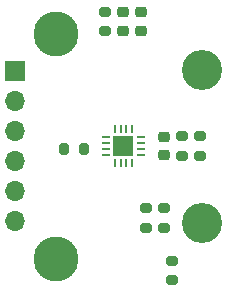
<source format=gbr>
%TF.GenerationSoftware,KiCad,Pcbnew,8.0.6-8.0.6-0~ubuntu24.04.1*%
%TF.CreationDate,2024-10-24T19:59:46-07:00*%
%TF.ProjectId,mag-encoder,6d61672d-656e-4636-9f64-65722e6b6963,3*%
%TF.SameCoordinates,Original*%
%TF.FileFunction,Soldermask,Bot*%
%TF.FilePolarity,Negative*%
%FSLAX46Y46*%
G04 Gerber Fmt 4.6, Leading zero omitted, Abs format (unit mm)*
G04 Created by KiCad (PCBNEW 8.0.6-8.0.6-0~ubuntu24.04.1) date 2024-10-24 19:59:46*
%MOMM*%
%LPD*%
G01*
G04 APERTURE LIST*
G04 Aperture macros list*
%AMRoundRect*
0 Rectangle with rounded corners*
0 $1 Rounding radius*
0 $2 $3 $4 $5 $6 $7 $8 $9 X,Y pos of 4 corners*
0 Add a 4 corners polygon primitive as box body*
4,1,4,$2,$3,$4,$5,$6,$7,$8,$9,$2,$3,0*
0 Add four circle primitives for the rounded corners*
1,1,$1+$1,$2,$3*
1,1,$1+$1,$4,$5*
1,1,$1+$1,$6,$7*
1,1,$1+$1,$8,$9*
0 Add four rect primitives between the rounded corners*
20,1,$1+$1,$2,$3,$4,$5,0*
20,1,$1+$1,$4,$5,$6,$7,0*
20,1,$1+$1,$6,$7,$8,$9,0*
20,1,$1+$1,$8,$9,$2,$3,0*%
G04 Aperture macros list end*
%ADD10C,3.810000*%
%ADD11C,3.400000*%
%ADD12R,1.700000X1.700000*%
%ADD13O,1.700000X1.700000*%
%ADD14RoundRect,0.200000X0.200000X0.275000X-0.200000X0.275000X-0.200000X-0.275000X0.200000X-0.275000X0*%
%ADD15RoundRect,0.225000X0.250000X-0.225000X0.250000X0.225000X-0.250000X0.225000X-0.250000X-0.225000X0*%
%ADD16RoundRect,0.225000X-0.250000X0.225000X-0.250000X-0.225000X0.250000X-0.225000X0.250000X0.225000X0*%
%ADD17RoundRect,0.200000X-0.275000X0.200000X-0.275000X-0.200000X0.275000X-0.200000X0.275000X0.200000X0*%
%ADD18RoundRect,0.200000X0.275000X-0.200000X0.275000X0.200000X-0.275000X0.200000X-0.275000X-0.200000X0*%
%ADD19RoundRect,0.062500X-0.287500X-0.062500X0.287500X-0.062500X0.287500X0.062500X-0.287500X0.062500X0*%
%ADD20RoundRect,0.062500X-0.062500X-0.287500X0.062500X-0.287500X0.062500X0.287500X-0.062500X0.287500X0*%
G04 APERTURE END LIST*
D10*
%TO.C,H1*%
X224840800Y-114046000D03*
%TD*%
D11*
%TO.C,J2*%
X237177800Y-130051000D03*
X237177800Y-117091000D03*
%TD*%
D12*
%TO.C,J1*%
X221411800Y-117221000D03*
D13*
X221411800Y-119761000D03*
X221411800Y-122301000D03*
X221411800Y-124841000D03*
X221411800Y-127381000D03*
X221411800Y-129921000D03*
%TD*%
D10*
%TO.C,H2*%
X224840800Y-133096000D03*
%TD*%
D14*
%TO.C,R4*%
X227189800Y-123825000D03*
X225539800Y-123825000D03*
%TD*%
D15*
%TO.C,C3*%
X233984800Y-124346000D03*
X233984800Y-122796000D03*
%TD*%
D16*
%TO.C,C2*%
X230505000Y-112255000D03*
X230505000Y-113805000D03*
%TD*%
D17*
%TO.C,R6*%
X232460800Y-128842000D03*
X232460800Y-130492000D03*
%TD*%
D18*
%TO.C,R7*%
X234696000Y-134937000D03*
X234696000Y-133287000D03*
%TD*%
D17*
%TO.C,R2*%
X237032800Y-122746000D03*
X237032800Y-124396000D03*
%TD*%
%TO.C,R3*%
X235508800Y-122746000D03*
X235508800Y-124396000D03*
%TD*%
D16*
%TO.C,C1*%
X232029000Y-112255000D03*
X232029000Y-113805000D03*
%TD*%
D19*
%TO.C,U2*%
X229105800Y-124309000D03*
X229105800Y-123809000D03*
X229105800Y-123309000D03*
X229105800Y-122809000D03*
D20*
X229805800Y-122121000D03*
X230305800Y-122121000D03*
X230805800Y-122121000D03*
X231305800Y-122121000D03*
D19*
X232005800Y-122821000D03*
X232005800Y-123321000D03*
X232005800Y-123821000D03*
X232005800Y-124321000D03*
D20*
X231305800Y-125021000D03*
X230805800Y-125021000D03*
X230305800Y-125021000D03*
X229805800Y-125021000D03*
D12*
X230555800Y-123571000D03*
%TD*%
D17*
%TO.C,R5*%
X233984800Y-128842000D03*
X233984800Y-130492000D03*
%TD*%
%TO.C,R1*%
X228981000Y-112205000D03*
X228981000Y-113855000D03*
%TD*%
M02*

</source>
